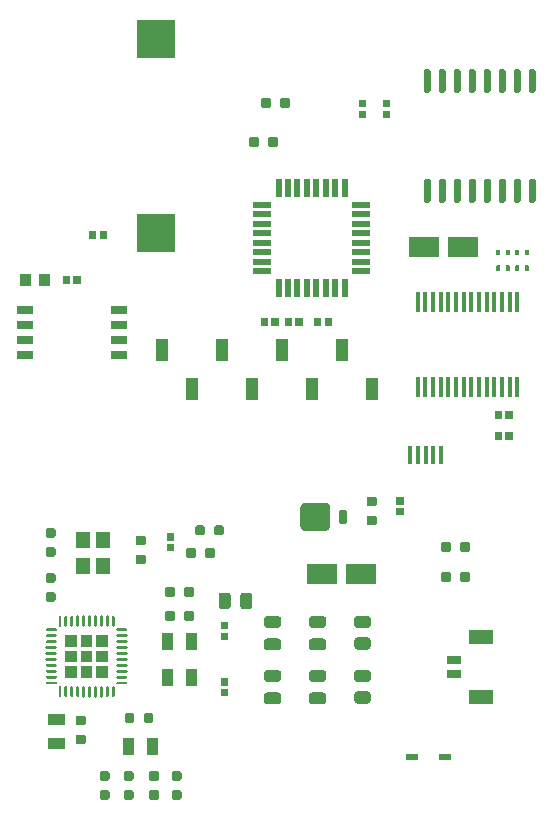
<source format=gtp>
G04 #@! TF.GenerationSoftware,KiCad,Pcbnew,(5.1.10)-1*
G04 #@! TF.CreationDate,2021-06-08T22:52:37-07:00*
G04 #@! TF.ProjectId,Plug_Pass,506c7567-5f50-4617-9373-2e6b69636164,v3.1*
G04 #@! TF.SameCoordinates,Original*
G04 #@! TF.FileFunction,Paste,Top*
G04 #@! TF.FilePolarity,Positive*
%FSLAX46Y46*%
G04 Gerber Fmt 4.6, Leading zero omitted, Abs format (unit mm)*
G04 Created by KiCad (PCBNEW (5.1.10)-1) date 2021-06-08 22:52:37*
%MOMM*%
%LPD*%
G01*
G04 APERTURE LIST*
%ADD10C,0.100000*%
%ADD11R,1.050000X0.600000*%
%ADD12R,1.500000X0.550000*%
%ADD13R,0.550000X1.500000*%
%ADD14R,1.000000X1.900000*%
%ADD15R,1.450000X0.750000*%
%ADD16R,3.200000X3.200000*%
%ADD17R,0.450000X1.500000*%
%ADD18R,1.200000X1.400000*%
%ADD19R,2.600000X1.800000*%
%ADD20R,2.150000X1.300000*%
%ADD21R,1.200000X0.800000*%
%ADD22R,0.450000X1.750000*%
G04 APERTURE END LIST*
D10*
G36*
X137690000Y-111671000D02*
G01*
X136690000Y-111671000D01*
X136690000Y-112671000D01*
X137690000Y-112671000D01*
X137690000Y-111671000D01*
G37*
G36*
X136390000Y-111671000D02*
G01*
X135390000Y-111671000D01*
X135390000Y-112671000D01*
X136390000Y-112671000D01*
X136390000Y-111671000D01*
G37*
G36*
X135090000Y-111671000D02*
G01*
X134090000Y-111671000D01*
X134090000Y-112671000D01*
X135090000Y-112671000D01*
X135090000Y-111671000D01*
G37*
G36*
X137690000Y-110371000D02*
G01*
X136690000Y-110371000D01*
X136690000Y-111371000D01*
X137690000Y-111371000D01*
X137690000Y-110371000D01*
G37*
G36*
X137690000Y-109071000D02*
G01*
X136690000Y-109071000D01*
X136690000Y-110071000D01*
X137690000Y-110071000D01*
X137690000Y-109071000D01*
G37*
G36*
X136390000Y-110371000D02*
G01*
X135390000Y-110371000D01*
X135390000Y-111371000D01*
X136390000Y-111371000D01*
X136390000Y-110371000D01*
G37*
G36*
X136390000Y-109071000D02*
G01*
X135390000Y-109071000D01*
X135390000Y-110071000D01*
X136390000Y-110071000D01*
X136390000Y-109071000D01*
G37*
G36*
X135090000Y-109071000D02*
G01*
X134090000Y-109071000D01*
X134090000Y-110071000D01*
X135090000Y-110071000D01*
X135090000Y-109071000D01*
G37*
G36*
X135090000Y-110371000D02*
G01*
X134090000Y-110371000D01*
X134090000Y-111371000D01*
X135090000Y-111371000D01*
X135090000Y-110371000D01*
G37*
D11*
X163446000Y-119380000D03*
X166246000Y-119380000D03*
G36*
G01*
X148886500Y-106622002D02*
X148886500Y-105721998D01*
G75*
G02*
X149136498Y-105472000I249998J0D01*
G01*
X149661502Y-105472000D01*
G75*
G02*
X149911500Y-105721998I0J-249998D01*
G01*
X149911500Y-106622002D01*
G75*
G02*
X149661502Y-106872000I-249998J0D01*
G01*
X149136498Y-106872000D01*
G75*
G02*
X148886500Y-106622002I0J249998D01*
G01*
G37*
G36*
G01*
X147061500Y-106622002D02*
X147061500Y-105721998D01*
G75*
G02*
X147311498Y-105472000I249998J0D01*
G01*
X147836502Y-105472000D01*
G75*
G02*
X148086500Y-105721998I0J-249998D01*
G01*
X148086500Y-106622002D01*
G75*
G02*
X147836502Y-106872000I-249998J0D01*
G01*
X147311498Y-106872000D01*
G75*
G02*
X147061500Y-106622002I0J249998D01*
G01*
G37*
G36*
G01*
X159708002Y-108462500D02*
X158807998Y-108462500D01*
G75*
G02*
X158558000Y-108212502I0J249998D01*
G01*
X158558000Y-107687498D01*
G75*
G02*
X158807998Y-107437500I249998J0D01*
G01*
X159708002Y-107437500D01*
G75*
G02*
X159958000Y-107687498I0J-249998D01*
G01*
X159958000Y-108212502D01*
G75*
G02*
X159708002Y-108462500I-249998J0D01*
G01*
G37*
G36*
G01*
X159708002Y-110287500D02*
X158807998Y-110287500D01*
G75*
G02*
X158558000Y-110037502I0J249998D01*
G01*
X158558000Y-109512498D01*
G75*
G02*
X158807998Y-109262500I249998J0D01*
G01*
X159708002Y-109262500D01*
G75*
G02*
X159958000Y-109512498I0J-249998D01*
G01*
X159958000Y-110037502D01*
G75*
G02*
X159708002Y-110287500I-249998J0D01*
G01*
G37*
G36*
G01*
X159708002Y-113034500D02*
X158807998Y-113034500D01*
G75*
G02*
X158558000Y-112784502I0J249998D01*
G01*
X158558000Y-112259498D01*
G75*
G02*
X158807998Y-112009500I249998J0D01*
G01*
X159708002Y-112009500D01*
G75*
G02*
X159958000Y-112259498I0J-249998D01*
G01*
X159958000Y-112784502D01*
G75*
G02*
X159708002Y-113034500I-249998J0D01*
G01*
G37*
G36*
G01*
X159708002Y-114859500D02*
X158807998Y-114859500D01*
G75*
G02*
X158558000Y-114609502I0J249998D01*
G01*
X158558000Y-114084498D01*
G75*
G02*
X158807998Y-113834500I249998J0D01*
G01*
X159708002Y-113834500D01*
G75*
G02*
X159958000Y-114084498I0J-249998D01*
G01*
X159958000Y-114609502D01*
G75*
G02*
X159708002Y-114859500I-249998J0D01*
G01*
G37*
G36*
G01*
X151163000Y-109350000D02*
X152113000Y-109350000D01*
G75*
G02*
X152363000Y-109600000I0J-250000D01*
G01*
X152363000Y-110100000D01*
G75*
G02*
X152113000Y-110350000I-250000J0D01*
G01*
X151163000Y-110350000D01*
G75*
G02*
X150913000Y-110100000I0J250000D01*
G01*
X150913000Y-109600000D01*
G75*
G02*
X151163000Y-109350000I250000J0D01*
G01*
G37*
G36*
G01*
X151163000Y-107450000D02*
X152113000Y-107450000D01*
G75*
G02*
X152363000Y-107700000I0J-250000D01*
G01*
X152363000Y-108200000D01*
G75*
G02*
X152113000Y-108450000I-250000J0D01*
G01*
X151163000Y-108450000D01*
G75*
G02*
X150913000Y-108200000I0J250000D01*
G01*
X150913000Y-107700000D01*
G75*
G02*
X151163000Y-107450000I250000J0D01*
G01*
G37*
G36*
G01*
X154973000Y-109350000D02*
X155923000Y-109350000D01*
G75*
G02*
X156173000Y-109600000I0J-250000D01*
G01*
X156173000Y-110100000D01*
G75*
G02*
X155923000Y-110350000I-250000J0D01*
G01*
X154973000Y-110350000D01*
G75*
G02*
X154723000Y-110100000I0J250000D01*
G01*
X154723000Y-109600000D01*
G75*
G02*
X154973000Y-109350000I250000J0D01*
G01*
G37*
G36*
G01*
X154973000Y-107450000D02*
X155923000Y-107450000D01*
G75*
G02*
X156173000Y-107700000I0J-250000D01*
G01*
X156173000Y-108200000D01*
G75*
G02*
X155923000Y-108450000I-250000J0D01*
G01*
X154973000Y-108450000D01*
G75*
G02*
X154723000Y-108200000I0J250000D01*
G01*
X154723000Y-107700000D01*
G75*
G02*
X154973000Y-107450000I250000J0D01*
G01*
G37*
G36*
G01*
X154973000Y-113922000D02*
X155923000Y-113922000D01*
G75*
G02*
X156173000Y-114172000I0J-250000D01*
G01*
X156173000Y-114672000D01*
G75*
G02*
X155923000Y-114922000I-250000J0D01*
G01*
X154973000Y-114922000D01*
G75*
G02*
X154723000Y-114672000I0J250000D01*
G01*
X154723000Y-114172000D01*
G75*
G02*
X154973000Y-113922000I250000J0D01*
G01*
G37*
G36*
G01*
X154973000Y-112022000D02*
X155923000Y-112022000D01*
G75*
G02*
X156173000Y-112272000I0J-250000D01*
G01*
X156173000Y-112772000D01*
G75*
G02*
X155923000Y-113022000I-250000J0D01*
G01*
X154973000Y-113022000D01*
G75*
G02*
X154723000Y-112772000I0J250000D01*
G01*
X154723000Y-112272000D01*
G75*
G02*
X154973000Y-112022000I250000J0D01*
G01*
G37*
G36*
G01*
X151163000Y-113922000D02*
X152113000Y-113922000D01*
G75*
G02*
X152363000Y-114172000I0J-250000D01*
G01*
X152363000Y-114672000D01*
G75*
G02*
X152113000Y-114922000I-250000J0D01*
G01*
X151163000Y-114922000D01*
G75*
G02*
X150913000Y-114672000I0J250000D01*
G01*
X150913000Y-114172000D01*
G75*
G02*
X151163000Y-113922000I250000J0D01*
G01*
G37*
G36*
G01*
X151163000Y-112022000D02*
X152113000Y-112022000D01*
G75*
G02*
X152363000Y-112272000I0J-250000D01*
G01*
X152363000Y-112772000D01*
G75*
G02*
X152113000Y-113022000I-250000J0D01*
G01*
X151163000Y-113022000D01*
G75*
G02*
X150913000Y-112772000I0J250000D01*
G01*
X150913000Y-112272000D01*
G75*
G02*
X151163000Y-112022000I250000J0D01*
G01*
G37*
D12*
X159140000Y-72638000D03*
X159140000Y-73438000D03*
X159140000Y-74238000D03*
X159140000Y-75038000D03*
X159140000Y-75838000D03*
X159140000Y-76638000D03*
X159140000Y-77438000D03*
X159140000Y-78238000D03*
D13*
X157740000Y-79638000D03*
X156940000Y-79638000D03*
X156140000Y-79638000D03*
X155340000Y-79638000D03*
X154540000Y-79638000D03*
X153740000Y-79638000D03*
X152940000Y-79638000D03*
X152140000Y-79638000D03*
D12*
X150740000Y-78238000D03*
X150740000Y-77438000D03*
X150740000Y-76638000D03*
X150740000Y-75838000D03*
X150740000Y-75038000D03*
X150740000Y-74238000D03*
X150740000Y-73438000D03*
D13*
X152140000Y-71238000D03*
X152940000Y-71238000D03*
X153740000Y-71238000D03*
X154540000Y-71238000D03*
X155340000Y-71238000D03*
X156140000Y-71238000D03*
X156940000Y-71238000D03*
X157740000Y-71238000D03*
D12*
X150740000Y-72638000D03*
G36*
G01*
X136988000Y-75484700D02*
X136988000Y-74883300D01*
G75*
G02*
X136997300Y-74874000I9300J0D01*
G01*
X137598700Y-74874000D01*
G75*
G02*
X137608000Y-74883300I0J-9300D01*
G01*
X137608000Y-75484700D01*
G75*
G02*
X137598700Y-75494000I-9300J0D01*
G01*
X136997300Y-75494000D01*
G75*
G02*
X136988000Y-75484700I0J9300D01*
G01*
G37*
G36*
G01*
X136088000Y-75484700D02*
X136088000Y-74883300D01*
G75*
G02*
X136097300Y-74874000I9300J0D01*
G01*
X136698700Y-74874000D01*
G75*
G02*
X136708000Y-74883300I0J-9300D01*
G01*
X136708000Y-75484700D01*
G75*
G02*
X136698700Y-75494000I-9300J0D01*
G01*
X136097300Y-75494000D01*
G75*
G02*
X136088000Y-75484700I0J9300D01*
G01*
G37*
D14*
X144780000Y-88264000D03*
X149860000Y-88264000D03*
X154940000Y-88264000D03*
X160020000Y-88264000D03*
X142240000Y-84964000D03*
X147320000Y-84964000D03*
X152400000Y-84964000D03*
X157480000Y-84964000D03*
G36*
G01*
X151490800Y-63703840D02*
X151490800Y-64312160D01*
G75*
G02*
X151371160Y-64431800I-119640J0D01*
G01*
X150812840Y-64431800D01*
G75*
G02*
X150693200Y-64312160I0J119640D01*
G01*
X150693200Y-63703840D01*
G75*
G02*
X150812840Y-63584200I119640J0D01*
G01*
X151371160Y-63584200D01*
G75*
G02*
X151490800Y-63703840I0J-119640D01*
G01*
G37*
G36*
G01*
X153090800Y-63703840D02*
X153090800Y-64312160D01*
G75*
G02*
X152971160Y-64431800I-119640J0D01*
G01*
X152412840Y-64431800D01*
G75*
G02*
X152293200Y-64312160I0J119640D01*
G01*
X152293200Y-63703840D01*
G75*
G02*
X152412840Y-63584200I119640J0D01*
G01*
X152971160Y-63584200D01*
G75*
G02*
X153090800Y-63703840I0J-119640D01*
G01*
G37*
G36*
G01*
X151277200Y-67614160D02*
X151277200Y-67005840D01*
G75*
G02*
X151396840Y-66886200I119640J0D01*
G01*
X151955160Y-66886200D01*
G75*
G02*
X152074800Y-67005840I0J-119640D01*
G01*
X152074800Y-67614160D01*
G75*
G02*
X151955160Y-67733800I-119640J0D01*
G01*
X151396840Y-67733800D01*
G75*
G02*
X151277200Y-67614160I0J119640D01*
G01*
G37*
G36*
G01*
X149677200Y-67614160D02*
X149677200Y-67005840D01*
G75*
G02*
X149796840Y-66886200I119640J0D01*
G01*
X150355160Y-66886200D01*
G75*
G02*
X150474800Y-67005840I0J-119640D01*
G01*
X150474800Y-67614160D01*
G75*
G02*
X150355160Y-67733800I-119640J0D01*
G01*
X149796840Y-67733800D01*
G75*
G02*
X149677200Y-67614160I0J119640D01*
G01*
G37*
D15*
X138595000Y-81534000D03*
X138595000Y-82804000D03*
X138595000Y-84074000D03*
X138595000Y-85344000D03*
X130645000Y-85344000D03*
X130645000Y-84074000D03*
X130645000Y-82804000D03*
X130645000Y-81534000D03*
D16*
X141732000Y-58576600D03*
X141732000Y-75027400D03*
D17*
X165892000Y-93849000D03*
X165242000Y-93849000D03*
X164592000Y-93849000D03*
X163942000Y-93849000D03*
X163292000Y-93849000D03*
D18*
X135548000Y-103208000D03*
X135548000Y-101008000D03*
X137248000Y-101008000D03*
X137248000Y-103208000D03*
G36*
G01*
X153556000Y-82850700D02*
X153556000Y-82249300D01*
G75*
G02*
X153565300Y-82240000I9300J0D01*
G01*
X154166700Y-82240000D01*
G75*
G02*
X154176000Y-82249300I0J-9300D01*
G01*
X154176000Y-82850700D01*
G75*
G02*
X154166700Y-82860000I-9300J0D01*
G01*
X153565300Y-82860000D01*
G75*
G02*
X153556000Y-82850700I0J9300D01*
G01*
G37*
G36*
G01*
X152656000Y-82850700D02*
X152656000Y-82249300D01*
G75*
G02*
X152665300Y-82240000I9300J0D01*
G01*
X153266700Y-82240000D01*
G75*
G02*
X153276000Y-82249300I0J-9300D01*
G01*
X153276000Y-82850700D01*
G75*
G02*
X153266700Y-82860000I-9300J0D01*
G01*
X152665300Y-82860000D01*
G75*
G02*
X152656000Y-82850700I0J9300D01*
G01*
G37*
G36*
G01*
X134480000Y-78693300D02*
X134480000Y-79294700D01*
G75*
G02*
X134470700Y-79304000I-9300J0D01*
G01*
X133869300Y-79304000D01*
G75*
G02*
X133860000Y-79294700I0J9300D01*
G01*
X133860000Y-78693300D01*
G75*
G02*
X133869300Y-78684000I9300J0D01*
G01*
X134470700Y-78684000D01*
G75*
G02*
X134480000Y-78693300I0J-9300D01*
G01*
G37*
G36*
G01*
X135380000Y-78693300D02*
X135380000Y-79294700D01*
G75*
G02*
X135370700Y-79304000I-9300J0D01*
G01*
X134769300Y-79304000D01*
G75*
G02*
X134760000Y-79294700I0J9300D01*
G01*
X134760000Y-78693300D01*
G75*
G02*
X134769300Y-78684000I9300J0D01*
G01*
X135370700Y-78684000D01*
G75*
G02*
X135380000Y-78693300I0J-9300D01*
G01*
G37*
G36*
G01*
X171336000Y-92502700D02*
X171336000Y-91901300D01*
G75*
G02*
X171345300Y-91892000I9300J0D01*
G01*
X171946700Y-91892000D01*
G75*
G02*
X171956000Y-91901300I0J-9300D01*
G01*
X171956000Y-92502700D01*
G75*
G02*
X171946700Y-92512000I-9300J0D01*
G01*
X171345300Y-92512000D01*
G75*
G02*
X171336000Y-92502700I0J9300D01*
G01*
G37*
G36*
G01*
X170436000Y-92502700D02*
X170436000Y-91901300D01*
G75*
G02*
X170445300Y-91892000I9300J0D01*
G01*
X171046700Y-91892000D01*
G75*
G02*
X171056000Y-91901300I0J-9300D01*
G01*
X171056000Y-92502700D01*
G75*
G02*
X171046700Y-92512000I-9300J0D01*
G01*
X170445300Y-92512000D01*
G75*
G02*
X170436000Y-92502700I0J9300D01*
G01*
G37*
G36*
G01*
X171336000Y-90724700D02*
X171336000Y-90123300D01*
G75*
G02*
X171345300Y-90114000I9300J0D01*
G01*
X171946700Y-90114000D01*
G75*
G02*
X171956000Y-90123300I0J-9300D01*
G01*
X171956000Y-90724700D01*
G75*
G02*
X171946700Y-90734000I-9300J0D01*
G01*
X171345300Y-90734000D01*
G75*
G02*
X171336000Y-90724700I0J9300D01*
G01*
G37*
G36*
G01*
X170436000Y-90724700D02*
X170436000Y-90123300D01*
G75*
G02*
X170445300Y-90114000I9300J0D01*
G01*
X171046700Y-90114000D01*
G75*
G02*
X171056000Y-90123300I0J-9300D01*
G01*
X171056000Y-90724700D01*
G75*
G02*
X171046700Y-90734000I-9300J0D01*
G01*
X170445300Y-90734000D01*
G75*
G02*
X170436000Y-90724700I0J9300D01*
G01*
G37*
G36*
G01*
X142701300Y-101359000D02*
X143302700Y-101359000D01*
G75*
G02*
X143312000Y-101368300I0J-9300D01*
G01*
X143312000Y-101969700D01*
G75*
G02*
X143302700Y-101979000I-9300J0D01*
G01*
X142701300Y-101979000D01*
G75*
G02*
X142692000Y-101969700I0J9300D01*
G01*
X142692000Y-101368300D01*
G75*
G02*
X142701300Y-101359000I9300J0D01*
G01*
G37*
G36*
G01*
X142701300Y-100459000D02*
X143302700Y-100459000D01*
G75*
G02*
X143312000Y-100468300I0J-9300D01*
G01*
X143312000Y-101069700D01*
G75*
G02*
X143302700Y-101079000I-9300J0D01*
G01*
X142701300Y-101079000D01*
G75*
G02*
X142692000Y-101069700I0J9300D01*
G01*
X142692000Y-100468300D01*
G75*
G02*
X142701300Y-100459000I9300J0D01*
G01*
G37*
G36*
G01*
X158957300Y-64656000D02*
X159558700Y-64656000D01*
G75*
G02*
X159568000Y-64665300I0J-9300D01*
G01*
X159568000Y-65266700D01*
G75*
G02*
X159558700Y-65276000I-9300J0D01*
G01*
X158957300Y-65276000D01*
G75*
G02*
X158948000Y-65266700I0J9300D01*
G01*
X158948000Y-64665300D01*
G75*
G02*
X158957300Y-64656000I9300J0D01*
G01*
G37*
G36*
G01*
X158957300Y-63756000D02*
X159558700Y-63756000D01*
G75*
G02*
X159568000Y-63765300I0J-9300D01*
G01*
X159568000Y-64366700D01*
G75*
G02*
X159558700Y-64376000I-9300J0D01*
G01*
X158957300Y-64376000D01*
G75*
G02*
X158948000Y-64366700I0J9300D01*
G01*
X158948000Y-63765300D01*
G75*
G02*
X158957300Y-63756000I9300J0D01*
G01*
G37*
G36*
G01*
X160989300Y-64656000D02*
X161590700Y-64656000D01*
G75*
G02*
X161600000Y-64665300I0J-9300D01*
G01*
X161600000Y-65266700D01*
G75*
G02*
X161590700Y-65276000I-9300J0D01*
G01*
X160989300Y-65276000D01*
G75*
G02*
X160980000Y-65266700I0J9300D01*
G01*
X160980000Y-64665300D01*
G75*
G02*
X160989300Y-64656000I9300J0D01*
G01*
G37*
G36*
G01*
X160989300Y-63756000D02*
X161590700Y-63756000D01*
G75*
G02*
X161600000Y-63765300I0J-9300D01*
G01*
X161600000Y-64366700D01*
G75*
G02*
X161590700Y-64376000I-9300J0D01*
G01*
X160989300Y-64376000D01*
G75*
G02*
X160980000Y-64366700I0J9300D01*
G01*
X160980000Y-63765300D01*
G75*
G02*
X160989300Y-63756000I9300J0D01*
G01*
G37*
G36*
G01*
X134060750Y-116696000D02*
X132639250Y-116696000D01*
G75*
G02*
X132625000Y-116681750I0J14250D01*
G01*
X132625000Y-115760250D01*
G75*
G02*
X132639250Y-115746000I14250J0D01*
G01*
X134060750Y-115746000D01*
G75*
G02*
X134075000Y-115760250I0J-14250D01*
G01*
X134075000Y-116681750D01*
G75*
G02*
X134060750Y-116696000I-14250J0D01*
G01*
G37*
G36*
G01*
X134060750Y-118696000D02*
X132639250Y-118696000D01*
G75*
G02*
X132625000Y-118681750I0J14250D01*
G01*
X132625000Y-117760250D01*
G75*
G02*
X132639250Y-117746000I14250J0D01*
G01*
X134060750Y-117746000D01*
G75*
G02*
X134075000Y-117760250I0J-14250D01*
G01*
X134075000Y-118681750D01*
G75*
G02*
X134060750Y-118696000I-14250J0D01*
G01*
G37*
G36*
G01*
X143239000Y-108890250D02*
X143239000Y-110311750D01*
G75*
G02*
X143224750Y-110326000I-14250J0D01*
G01*
X142303250Y-110326000D01*
G75*
G02*
X142289000Y-110311750I0J14250D01*
G01*
X142289000Y-108890250D01*
G75*
G02*
X142303250Y-108876000I14250J0D01*
G01*
X143224750Y-108876000D01*
G75*
G02*
X143239000Y-108890250I0J-14250D01*
G01*
G37*
G36*
G01*
X145239000Y-108890250D02*
X145239000Y-110311750D01*
G75*
G02*
X145224750Y-110326000I-14250J0D01*
G01*
X144303250Y-110326000D01*
G75*
G02*
X144289000Y-110311750I0J14250D01*
G01*
X144289000Y-108890250D01*
G75*
G02*
X144303250Y-108876000I14250J0D01*
G01*
X145224750Y-108876000D01*
G75*
G02*
X145239000Y-108890250I0J-14250D01*
G01*
G37*
G36*
G01*
X143239000Y-111938250D02*
X143239000Y-113359750D01*
G75*
G02*
X143224750Y-113374000I-14250J0D01*
G01*
X142303250Y-113374000D01*
G75*
G02*
X142289000Y-113359750I0J14250D01*
G01*
X142289000Y-111938250D01*
G75*
G02*
X142303250Y-111924000I14250J0D01*
G01*
X143224750Y-111924000D01*
G75*
G02*
X143239000Y-111938250I0J-14250D01*
G01*
G37*
G36*
G01*
X145239000Y-111938250D02*
X145239000Y-113359750D01*
G75*
G02*
X145224750Y-113374000I-14250J0D01*
G01*
X144303250Y-113374000D01*
G75*
G02*
X144289000Y-113359750I0J14250D01*
G01*
X144289000Y-111938250D01*
G75*
G02*
X144303250Y-111924000I14250J0D01*
G01*
X145224750Y-111924000D01*
G75*
G02*
X145239000Y-111938250I0J-14250D01*
G01*
G37*
G36*
G01*
X139937000Y-117780250D02*
X139937000Y-119201750D01*
G75*
G02*
X139922750Y-119216000I-14250J0D01*
G01*
X139001250Y-119216000D01*
G75*
G02*
X138987000Y-119201750I0J14250D01*
G01*
X138987000Y-117780250D01*
G75*
G02*
X139001250Y-117766000I14250J0D01*
G01*
X139922750Y-117766000D01*
G75*
G02*
X139937000Y-117780250I0J-14250D01*
G01*
G37*
G36*
G01*
X141937000Y-117780250D02*
X141937000Y-119201750D01*
G75*
G02*
X141922750Y-119216000I-14250J0D01*
G01*
X141001250Y-119216000D01*
G75*
G02*
X140987000Y-119201750I0J14250D01*
G01*
X140987000Y-117780250D01*
G75*
G02*
X141001250Y-117766000I14250J0D01*
G01*
X141922750Y-117766000D01*
G75*
G02*
X141937000Y-117780250I0J-14250D01*
G01*
G37*
G36*
G01*
X130284000Y-79455500D02*
X130284000Y-78532500D01*
G75*
G02*
X130297500Y-78519000I13500J0D01*
G01*
X131170500Y-78519000D01*
G75*
G02*
X131184000Y-78532500I0J-13500D01*
G01*
X131184000Y-79455500D01*
G75*
G02*
X131170500Y-79469000I-13500J0D01*
G01*
X130297500Y-79469000D01*
G75*
G02*
X130284000Y-79455500I0J13500D01*
G01*
G37*
G36*
G01*
X131884000Y-79455500D02*
X131884000Y-78532500D01*
G75*
G02*
X131897500Y-78519000I13500J0D01*
G01*
X132770500Y-78519000D01*
G75*
G02*
X132784000Y-78532500I0J-13500D01*
G01*
X132784000Y-79455500D01*
G75*
G02*
X132770500Y-79469000I-13500J0D01*
G01*
X131897500Y-79469000D01*
G75*
G02*
X131884000Y-79455500I0J13500D01*
G01*
G37*
G36*
G01*
X162132300Y-97411000D02*
X162733700Y-97411000D01*
G75*
G02*
X162743000Y-97420300I0J-9300D01*
G01*
X162743000Y-98021700D01*
G75*
G02*
X162733700Y-98031000I-9300J0D01*
G01*
X162132300Y-98031000D01*
G75*
G02*
X162123000Y-98021700I0J9300D01*
G01*
X162123000Y-97420300D01*
G75*
G02*
X162132300Y-97411000I9300J0D01*
G01*
G37*
G36*
G01*
X162132300Y-98311000D02*
X162733700Y-98311000D01*
G75*
G02*
X162743000Y-98320300I0J-9300D01*
G01*
X162743000Y-98921700D01*
G75*
G02*
X162733700Y-98931000I-9300J0D01*
G01*
X162132300Y-98931000D01*
G75*
G02*
X162123000Y-98921700I0J9300D01*
G01*
X162123000Y-98320300D01*
G75*
G02*
X162132300Y-98311000I9300J0D01*
G01*
G37*
D19*
X159130000Y-103886000D03*
X155830000Y-103886000D03*
G36*
G01*
X155138000Y-82850700D02*
X155138000Y-82249300D01*
G75*
G02*
X155147300Y-82240000I9300J0D01*
G01*
X155748700Y-82240000D01*
G75*
G02*
X155758000Y-82249300I0J-9300D01*
G01*
X155758000Y-82850700D01*
G75*
G02*
X155748700Y-82860000I-9300J0D01*
G01*
X155147300Y-82860000D01*
G75*
G02*
X155138000Y-82850700I0J9300D01*
G01*
G37*
G36*
G01*
X156038000Y-82850700D02*
X156038000Y-82249300D01*
G75*
G02*
X156047300Y-82240000I9300J0D01*
G01*
X156648700Y-82240000D01*
G75*
G02*
X156658000Y-82249300I0J-9300D01*
G01*
X156658000Y-82850700D01*
G75*
G02*
X156648700Y-82860000I-9300J0D01*
G01*
X156047300Y-82860000D01*
G75*
G02*
X156038000Y-82850700I0J9300D01*
G01*
G37*
X167766000Y-76200000D03*
X164466000Y-76200000D03*
G36*
G01*
X133146160Y-100817800D02*
X132537840Y-100817800D01*
G75*
G02*
X132418200Y-100698160I0J119640D01*
G01*
X132418200Y-100139840D01*
G75*
G02*
X132537840Y-100020200I119640J0D01*
G01*
X133146160Y-100020200D01*
G75*
G02*
X133265800Y-100139840I0J-119640D01*
G01*
X133265800Y-100698160D01*
G75*
G02*
X133146160Y-100817800I-119640J0D01*
G01*
G37*
G36*
G01*
X133146160Y-102417800D02*
X132537840Y-102417800D01*
G75*
G02*
X132418200Y-102298160I0J119640D01*
G01*
X132418200Y-101739840D01*
G75*
G02*
X132537840Y-101620200I119640J0D01*
G01*
X133146160Y-101620200D01*
G75*
G02*
X133265800Y-101739840I0J-119640D01*
G01*
X133265800Y-102298160D01*
G75*
G02*
X133146160Y-102417800I-119640J0D01*
G01*
G37*
G36*
G01*
X140766160Y-101452800D02*
X140157840Y-101452800D01*
G75*
G02*
X140038200Y-101333160I0J119640D01*
G01*
X140038200Y-100774840D01*
G75*
G02*
X140157840Y-100655200I119640J0D01*
G01*
X140766160Y-100655200D01*
G75*
G02*
X140885800Y-100774840I0J-119640D01*
G01*
X140885800Y-101333160D01*
G75*
G02*
X140766160Y-101452800I-119640J0D01*
G01*
G37*
G36*
G01*
X140766160Y-103052800D02*
X140157840Y-103052800D01*
G75*
G02*
X140038200Y-102933160I0J119640D01*
G01*
X140038200Y-102374840D01*
G75*
G02*
X140157840Y-102255200I119640J0D01*
G01*
X140766160Y-102255200D01*
G75*
G02*
X140885800Y-102374840I0J-119640D01*
G01*
X140885800Y-102933160D01*
G75*
G02*
X140766160Y-103052800I-119640J0D01*
G01*
G37*
G36*
G01*
X145902800Y-99898840D02*
X145902800Y-100507160D01*
G75*
G02*
X145783160Y-100626800I-119640J0D01*
G01*
X145224840Y-100626800D01*
G75*
G02*
X145105200Y-100507160I0J119640D01*
G01*
X145105200Y-99898840D01*
G75*
G02*
X145224840Y-99779200I119640J0D01*
G01*
X145783160Y-99779200D01*
G75*
G02*
X145902800Y-99898840I0J-119640D01*
G01*
G37*
G36*
G01*
X147502800Y-99898840D02*
X147502800Y-100507160D01*
G75*
G02*
X147383160Y-100626800I-119640J0D01*
G01*
X146824840Y-100626800D01*
G75*
G02*
X146705200Y-100507160I0J119640D01*
G01*
X146705200Y-99898840D01*
G75*
G02*
X146824840Y-99779200I119640J0D01*
G01*
X147383160Y-99779200D01*
G75*
G02*
X147502800Y-99898840I0J-119640D01*
G01*
G37*
G36*
G01*
X166730800Y-101295840D02*
X166730800Y-101904160D01*
G75*
G02*
X166611160Y-102023800I-119640J0D01*
G01*
X166052840Y-102023800D01*
G75*
G02*
X165933200Y-101904160I0J119640D01*
G01*
X165933200Y-101295840D01*
G75*
G02*
X166052840Y-101176200I119640J0D01*
G01*
X166611160Y-101176200D01*
G75*
G02*
X166730800Y-101295840I0J-119640D01*
G01*
G37*
G36*
G01*
X168330800Y-101295840D02*
X168330800Y-101904160D01*
G75*
G02*
X168211160Y-102023800I-119640J0D01*
G01*
X167652840Y-102023800D01*
G75*
G02*
X167533200Y-101904160I0J119640D01*
G01*
X167533200Y-101295840D01*
G75*
G02*
X167652840Y-101176200I119640J0D01*
G01*
X168211160Y-101176200D01*
G75*
G02*
X168330800Y-101295840I0J-119640D01*
G01*
G37*
G36*
G01*
X166730800Y-103835840D02*
X166730800Y-104444160D01*
G75*
G02*
X166611160Y-104563800I-119640J0D01*
G01*
X166052840Y-104563800D01*
G75*
G02*
X165933200Y-104444160I0J119640D01*
G01*
X165933200Y-103835840D01*
G75*
G02*
X166052840Y-103716200I119640J0D01*
G01*
X166611160Y-103716200D01*
G75*
G02*
X166730800Y-103835840I0J-119640D01*
G01*
G37*
G36*
G01*
X168330800Y-103835840D02*
X168330800Y-104444160D01*
G75*
G02*
X168211160Y-104563800I-119640J0D01*
G01*
X167652840Y-104563800D01*
G75*
G02*
X167533200Y-104444160I0J119640D01*
G01*
X167533200Y-103835840D01*
G75*
G02*
X167652840Y-103716200I119640J0D01*
G01*
X168211160Y-103716200D01*
G75*
G02*
X168330800Y-103835840I0J-119640D01*
G01*
G37*
G36*
G01*
X145140800Y-101803840D02*
X145140800Y-102412160D01*
G75*
G02*
X145021160Y-102531800I-119640J0D01*
G01*
X144462840Y-102531800D01*
G75*
G02*
X144343200Y-102412160I0J119640D01*
G01*
X144343200Y-101803840D01*
G75*
G02*
X144462840Y-101684200I119640J0D01*
G01*
X145021160Y-101684200D01*
G75*
G02*
X145140800Y-101803840I0J-119640D01*
G01*
G37*
G36*
G01*
X146740800Y-101803840D02*
X146740800Y-102412160D01*
G75*
G02*
X146621160Y-102531800I-119640J0D01*
G01*
X146062840Y-102531800D01*
G75*
G02*
X145943200Y-102412160I0J119640D01*
G01*
X145943200Y-101803840D01*
G75*
G02*
X146062840Y-101684200I119640J0D01*
G01*
X146621160Y-101684200D01*
G75*
G02*
X146740800Y-101803840I0J-119640D01*
G01*
G37*
G36*
G01*
X143362800Y-107137840D02*
X143362800Y-107746160D01*
G75*
G02*
X143243160Y-107865800I-119640J0D01*
G01*
X142684840Y-107865800D01*
G75*
G02*
X142565200Y-107746160I0J119640D01*
G01*
X142565200Y-107137840D01*
G75*
G02*
X142684840Y-107018200I119640J0D01*
G01*
X143243160Y-107018200D01*
G75*
G02*
X143362800Y-107137840I0J-119640D01*
G01*
G37*
G36*
G01*
X144962800Y-107137840D02*
X144962800Y-107746160D01*
G75*
G02*
X144843160Y-107865800I-119640J0D01*
G01*
X144284840Y-107865800D01*
G75*
G02*
X144165200Y-107746160I0J119640D01*
G01*
X144165200Y-107137840D01*
G75*
G02*
X144284840Y-107018200I119640J0D01*
G01*
X144843160Y-107018200D01*
G75*
G02*
X144962800Y-107137840I0J-119640D01*
G01*
G37*
G36*
G01*
X132537840Y-105430200D02*
X133146160Y-105430200D01*
G75*
G02*
X133265800Y-105549840I0J-119640D01*
G01*
X133265800Y-106108160D01*
G75*
G02*
X133146160Y-106227800I-119640J0D01*
G01*
X132537840Y-106227800D01*
G75*
G02*
X132418200Y-106108160I0J119640D01*
G01*
X132418200Y-105549840D01*
G75*
G02*
X132537840Y-105430200I119640J0D01*
G01*
G37*
G36*
G01*
X132537840Y-103830200D02*
X133146160Y-103830200D01*
G75*
G02*
X133265800Y-103949840I0J-119640D01*
G01*
X133265800Y-104508160D01*
G75*
G02*
X133146160Y-104627800I-119640J0D01*
G01*
X132537840Y-104627800D01*
G75*
G02*
X132418200Y-104508160I0J119640D01*
G01*
X132418200Y-103949840D01*
G75*
G02*
X132537840Y-103830200I119640J0D01*
G01*
G37*
G36*
G01*
X143362800Y-105105840D02*
X143362800Y-105714160D01*
G75*
G02*
X143243160Y-105833800I-119640J0D01*
G01*
X142684840Y-105833800D01*
G75*
G02*
X142565200Y-105714160I0J119640D01*
G01*
X142565200Y-105105840D01*
G75*
G02*
X142684840Y-104986200I119640J0D01*
G01*
X143243160Y-104986200D01*
G75*
G02*
X143362800Y-105105840I0J-119640D01*
G01*
G37*
G36*
G01*
X144962800Y-105105840D02*
X144962800Y-105714160D01*
G75*
G02*
X144843160Y-105833800I-119640J0D01*
G01*
X144284840Y-105833800D01*
G75*
G02*
X144165200Y-105714160I0J119640D01*
G01*
X144165200Y-105105840D01*
G75*
G02*
X144284840Y-104986200I119640J0D01*
G01*
X144843160Y-104986200D01*
G75*
G02*
X144962800Y-105105840I0J-119640D01*
G01*
G37*
G36*
G01*
X147874700Y-108572000D02*
X147273300Y-108572000D01*
G75*
G02*
X147264000Y-108562700I0J9300D01*
G01*
X147264000Y-107961300D01*
G75*
G02*
X147273300Y-107952000I9300J0D01*
G01*
X147874700Y-107952000D01*
G75*
G02*
X147884000Y-107961300I0J-9300D01*
G01*
X147884000Y-108562700D01*
G75*
G02*
X147874700Y-108572000I-9300J0D01*
G01*
G37*
G36*
G01*
X147874700Y-109472000D02*
X147273300Y-109472000D01*
G75*
G02*
X147264000Y-109462700I0J9300D01*
G01*
X147264000Y-108861300D01*
G75*
G02*
X147273300Y-108852000I9300J0D01*
G01*
X147874700Y-108852000D01*
G75*
G02*
X147884000Y-108861300I0J-9300D01*
G01*
X147884000Y-109462700D01*
G75*
G02*
X147874700Y-109472000I-9300J0D01*
G01*
G37*
G36*
G01*
X147874700Y-113340000D02*
X147273300Y-113340000D01*
G75*
G02*
X147264000Y-113330700I0J9300D01*
G01*
X147264000Y-112729300D01*
G75*
G02*
X147273300Y-112720000I9300J0D01*
G01*
X147874700Y-112720000D01*
G75*
G02*
X147884000Y-112729300I0J-9300D01*
G01*
X147884000Y-113330700D01*
G75*
G02*
X147874700Y-113340000I-9300J0D01*
G01*
G37*
G36*
G01*
X147874700Y-114240000D02*
X147273300Y-114240000D01*
G75*
G02*
X147264000Y-114230700I0J9300D01*
G01*
X147264000Y-113629300D01*
G75*
G02*
X147273300Y-113620000I9300J0D01*
G01*
X147874700Y-113620000D01*
G75*
G02*
X147884000Y-113629300I0J-9300D01*
G01*
X147884000Y-114230700D01*
G75*
G02*
X147874700Y-114240000I-9300J0D01*
G01*
G37*
G36*
G01*
X143814160Y-121391800D02*
X143205840Y-121391800D01*
G75*
G02*
X143086200Y-121272160I0J119640D01*
G01*
X143086200Y-120713840D01*
G75*
G02*
X143205840Y-120594200I119640J0D01*
G01*
X143814160Y-120594200D01*
G75*
G02*
X143933800Y-120713840I0J-119640D01*
G01*
X143933800Y-121272160D01*
G75*
G02*
X143814160Y-121391800I-119640J0D01*
G01*
G37*
G36*
G01*
X143814160Y-122991800D02*
X143205840Y-122991800D01*
G75*
G02*
X143086200Y-122872160I0J119640D01*
G01*
X143086200Y-122313840D01*
G75*
G02*
X143205840Y-122194200I119640J0D01*
G01*
X143814160Y-122194200D01*
G75*
G02*
X143933800Y-122313840I0J-119640D01*
G01*
X143933800Y-122872160D01*
G75*
G02*
X143814160Y-122991800I-119640J0D01*
G01*
G37*
G36*
G01*
X135077840Y-117495200D02*
X135686160Y-117495200D01*
G75*
G02*
X135805800Y-117614840I0J-119640D01*
G01*
X135805800Y-118173160D01*
G75*
G02*
X135686160Y-118292800I-119640J0D01*
G01*
X135077840Y-118292800D01*
G75*
G02*
X134958200Y-118173160I0J119640D01*
G01*
X134958200Y-117614840D01*
G75*
G02*
X135077840Y-117495200I119640J0D01*
G01*
G37*
G36*
G01*
X135077840Y-115895200D02*
X135686160Y-115895200D01*
G75*
G02*
X135805800Y-116014840I0J-119640D01*
G01*
X135805800Y-116573160D01*
G75*
G02*
X135686160Y-116692800I-119640J0D01*
G01*
X135077840Y-116692800D01*
G75*
G02*
X134958200Y-116573160I0J119640D01*
G01*
X134958200Y-116014840D01*
G75*
G02*
X135077840Y-115895200I119640J0D01*
G01*
G37*
G36*
G01*
X141909160Y-121391800D02*
X141300840Y-121391800D01*
G75*
G02*
X141181200Y-121272160I0J119640D01*
G01*
X141181200Y-120713840D01*
G75*
G02*
X141300840Y-120594200I119640J0D01*
G01*
X141909160Y-120594200D01*
G75*
G02*
X142028800Y-120713840I0J-119640D01*
G01*
X142028800Y-121272160D01*
G75*
G02*
X141909160Y-121391800I-119640J0D01*
G01*
G37*
G36*
G01*
X141909160Y-122991800D02*
X141300840Y-122991800D01*
G75*
G02*
X141181200Y-122872160I0J119640D01*
G01*
X141181200Y-122313840D01*
G75*
G02*
X141300840Y-122194200I119640J0D01*
G01*
X141909160Y-122194200D01*
G75*
G02*
X142028800Y-122313840I0J-119640D01*
G01*
X142028800Y-122872160D01*
G75*
G02*
X141909160Y-122991800I-119640J0D01*
G01*
G37*
G36*
G01*
X139750160Y-121391800D02*
X139141840Y-121391800D01*
G75*
G02*
X139022200Y-121272160I0J119640D01*
G01*
X139022200Y-120713840D01*
G75*
G02*
X139141840Y-120594200I119640J0D01*
G01*
X139750160Y-120594200D01*
G75*
G02*
X139869800Y-120713840I0J-119640D01*
G01*
X139869800Y-121272160D01*
G75*
G02*
X139750160Y-121391800I-119640J0D01*
G01*
G37*
G36*
G01*
X139750160Y-122991800D02*
X139141840Y-122991800D01*
G75*
G02*
X139022200Y-122872160I0J119640D01*
G01*
X139022200Y-122313840D01*
G75*
G02*
X139141840Y-122194200I119640J0D01*
G01*
X139750160Y-122194200D01*
G75*
G02*
X139869800Y-122313840I0J-119640D01*
G01*
X139869800Y-122872160D01*
G75*
G02*
X139750160Y-122991800I-119640J0D01*
G01*
G37*
G36*
G01*
X139933800Y-115773840D02*
X139933800Y-116382160D01*
G75*
G02*
X139814160Y-116501800I-119640J0D01*
G01*
X139255840Y-116501800D01*
G75*
G02*
X139136200Y-116382160I0J119640D01*
G01*
X139136200Y-115773840D01*
G75*
G02*
X139255840Y-115654200I119640J0D01*
G01*
X139814160Y-115654200D01*
G75*
G02*
X139933800Y-115773840I0J-119640D01*
G01*
G37*
G36*
G01*
X141533800Y-115773840D02*
X141533800Y-116382160D01*
G75*
G02*
X141414160Y-116501800I-119640J0D01*
G01*
X140855840Y-116501800D01*
G75*
G02*
X140736200Y-116382160I0J119640D01*
G01*
X140736200Y-115773840D01*
G75*
G02*
X140855840Y-115654200I119640J0D01*
G01*
X141414160Y-115654200D01*
G75*
G02*
X141533800Y-115773840I0J-119640D01*
G01*
G37*
G36*
G01*
X137109840Y-122194200D02*
X137718160Y-122194200D01*
G75*
G02*
X137837800Y-122313840I0J-119640D01*
G01*
X137837800Y-122872160D01*
G75*
G02*
X137718160Y-122991800I-119640J0D01*
G01*
X137109840Y-122991800D01*
G75*
G02*
X136990200Y-122872160I0J119640D01*
G01*
X136990200Y-122313840D01*
G75*
G02*
X137109840Y-122194200I119640J0D01*
G01*
G37*
G36*
G01*
X137109840Y-120594200D02*
X137718160Y-120594200D01*
G75*
G02*
X137837800Y-120713840I0J-119640D01*
G01*
X137837800Y-121272160D01*
G75*
G02*
X137718160Y-121391800I-119640J0D01*
G01*
X137109840Y-121391800D01*
G75*
G02*
X136990200Y-121272160I0J119640D01*
G01*
X136990200Y-120713840D01*
G75*
G02*
X137109840Y-120594200I119640J0D01*
G01*
G37*
G36*
G01*
X151244000Y-82249300D02*
X151244000Y-82850700D01*
G75*
G02*
X151234700Y-82860000I-9300J0D01*
G01*
X150633300Y-82860000D01*
G75*
G02*
X150624000Y-82850700I0J9300D01*
G01*
X150624000Y-82249300D01*
G75*
G02*
X150633300Y-82240000I9300J0D01*
G01*
X151234700Y-82240000D01*
G75*
G02*
X151244000Y-82249300I0J-9300D01*
G01*
G37*
G36*
G01*
X152144000Y-82249300D02*
X152144000Y-82850700D01*
G75*
G02*
X152134700Y-82860000I-9300J0D01*
G01*
X151533300Y-82860000D01*
G75*
G02*
X151524000Y-82850700I0J9300D01*
G01*
X151524000Y-82249300D01*
G75*
G02*
X151533300Y-82240000I9300J0D01*
G01*
X152134700Y-82240000D01*
G75*
G02*
X152144000Y-82249300I0J-9300D01*
G01*
G37*
G36*
G01*
X157910800Y-98592640D02*
X157910800Y-99527360D01*
G75*
G02*
X157819360Y-99618800I-91440J0D01*
G01*
X157392640Y-99618800D01*
G75*
G02*
X157301200Y-99527360I0J91440D01*
G01*
X157301200Y-98592640D01*
G75*
G02*
X157392640Y-98501200I91440J0D01*
G01*
X157819360Y-98501200D01*
G75*
G02*
X157910800Y-98592640I0J-91440D01*
G01*
G37*
G36*
G01*
X156155160Y-100253800D02*
X154356840Y-100253800D01*
G75*
G02*
X153998700Y-99895660I0J358140D01*
G01*
X153998700Y-98224340D01*
G75*
G02*
X154356840Y-97866200I358140J0D01*
G01*
X156155160Y-97866200D01*
G75*
G02*
X156513300Y-98224340I0J-358140D01*
G01*
X156513300Y-99895660D01*
G75*
G02*
X156155160Y-100253800I-358140J0D01*
G01*
G37*
G36*
G01*
X173331800Y-77822174D02*
X173331800Y-78213826D01*
G75*
G02*
X173278826Y-78266800I-52974J0D01*
G01*
X173037174Y-78266800D01*
G75*
G02*
X172984200Y-78213826I0J52974D01*
G01*
X172984200Y-77822174D01*
G75*
G02*
X173037174Y-77769200I52974J0D01*
G01*
X173278826Y-77769200D01*
G75*
G02*
X173331800Y-77822174I0J-52974D01*
G01*
G37*
G36*
G01*
X172531800Y-77822174D02*
X172531800Y-78213826D01*
G75*
G02*
X172478826Y-78266800I-52974J0D01*
G01*
X172237174Y-78266800D01*
G75*
G02*
X172184200Y-78213826I0J52974D01*
G01*
X172184200Y-77822174D01*
G75*
G02*
X172237174Y-77769200I52974J0D01*
G01*
X172478826Y-77769200D01*
G75*
G02*
X172531800Y-77822174I0J-52974D01*
G01*
G37*
G36*
G01*
X171731800Y-77822174D02*
X171731800Y-78213826D01*
G75*
G02*
X171678826Y-78266800I-52974J0D01*
G01*
X171437174Y-78266800D01*
G75*
G02*
X171384200Y-78213826I0J52974D01*
G01*
X171384200Y-77822174D01*
G75*
G02*
X171437174Y-77769200I52974J0D01*
G01*
X171678826Y-77769200D01*
G75*
G02*
X171731800Y-77822174I0J-52974D01*
G01*
G37*
G36*
G01*
X170931800Y-77822174D02*
X170931800Y-78213826D01*
G75*
G02*
X170878826Y-78266800I-52974J0D01*
G01*
X170637174Y-78266800D01*
G75*
G02*
X170584200Y-78213826I0J52974D01*
G01*
X170584200Y-77822174D01*
G75*
G02*
X170637174Y-77769200I52974J0D01*
G01*
X170878826Y-77769200D01*
G75*
G02*
X170931800Y-77822174I0J-52974D01*
G01*
G37*
G36*
G01*
X170931800Y-76472174D02*
X170931800Y-76863826D01*
G75*
G02*
X170878826Y-76916800I-52974J0D01*
G01*
X170637174Y-76916800D01*
G75*
G02*
X170584200Y-76863826I0J52974D01*
G01*
X170584200Y-76472174D01*
G75*
G02*
X170637174Y-76419200I52974J0D01*
G01*
X170878826Y-76419200D01*
G75*
G02*
X170931800Y-76472174I0J-52974D01*
G01*
G37*
G36*
G01*
X171731800Y-76472174D02*
X171731800Y-76863826D01*
G75*
G02*
X171678826Y-76916800I-52974J0D01*
G01*
X171437174Y-76916800D01*
G75*
G02*
X171384200Y-76863826I0J52974D01*
G01*
X171384200Y-76472174D01*
G75*
G02*
X171437174Y-76419200I52974J0D01*
G01*
X171678826Y-76419200D01*
G75*
G02*
X171731800Y-76472174I0J-52974D01*
G01*
G37*
G36*
G01*
X172531800Y-76472174D02*
X172531800Y-76863826D01*
G75*
G02*
X172478826Y-76916800I-52974J0D01*
G01*
X172237174Y-76916800D01*
G75*
G02*
X172184200Y-76863826I0J52974D01*
G01*
X172184200Y-76472174D01*
G75*
G02*
X172237174Y-76419200I52974J0D01*
G01*
X172478826Y-76419200D01*
G75*
G02*
X172531800Y-76472174I0J-52974D01*
G01*
G37*
G36*
G01*
X173331800Y-76472174D02*
X173331800Y-76863826D01*
G75*
G02*
X173278826Y-76916800I-52974J0D01*
G01*
X173037174Y-76916800D01*
G75*
G02*
X172984200Y-76863826I0J52974D01*
G01*
X172984200Y-76472174D01*
G75*
G02*
X173037174Y-76419200I52974J0D01*
G01*
X173278826Y-76419200D01*
G75*
G02*
X173331800Y-76472174I0J-52974D01*
G01*
G37*
D20*
X169322000Y-109235000D03*
X169322000Y-114285000D03*
D21*
X167027000Y-111135000D03*
X167027000Y-112385000D03*
D22*
X172373000Y-88055000D03*
X171723000Y-88055000D03*
X171073000Y-88055000D03*
X170423000Y-88055000D03*
X169773000Y-88055000D03*
X169123000Y-88055000D03*
X168473000Y-88055000D03*
X167823000Y-88055000D03*
X167173000Y-88055000D03*
X166523000Y-88055000D03*
X165873000Y-88055000D03*
X165223000Y-88055000D03*
X164573000Y-88055000D03*
X163923000Y-88055000D03*
X163923000Y-80855000D03*
X164573000Y-80855000D03*
X165223000Y-80855000D03*
X165873000Y-80855000D03*
X166523000Y-80855000D03*
X167173000Y-80855000D03*
X167823000Y-80855000D03*
X168473000Y-80855000D03*
X169123000Y-80855000D03*
X169773000Y-80855000D03*
X170423000Y-80855000D03*
X171073000Y-80855000D03*
X171723000Y-80855000D03*
X172373000Y-80855000D03*
G36*
G01*
X138265000Y-113486000D02*
X138265000Y-114236000D01*
G75*
G02*
X138140000Y-114361000I-125000J0D01*
G01*
X138140000Y-114361000D01*
G75*
G02*
X138015000Y-114236000I0J125000D01*
G01*
X138015000Y-113486000D01*
G75*
G02*
X138140000Y-113361000I125000J0D01*
G01*
X138140000Y-113361000D01*
G75*
G02*
X138265000Y-113486000I0J-125000D01*
G01*
G37*
G36*
G01*
X137765000Y-113486000D02*
X137765000Y-114236000D01*
G75*
G02*
X137640000Y-114361000I-125000J0D01*
G01*
X137640000Y-114361000D01*
G75*
G02*
X137515000Y-114236000I0J125000D01*
G01*
X137515000Y-113486000D01*
G75*
G02*
X137640000Y-113361000I125000J0D01*
G01*
X137640000Y-113361000D01*
G75*
G02*
X137765000Y-113486000I0J-125000D01*
G01*
G37*
G36*
G01*
X137265000Y-113486000D02*
X137265000Y-114236000D01*
G75*
G02*
X137140000Y-114361000I-125000J0D01*
G01*
X137140000Y-114361000D01*
G75*
G02*
X137015000Y-114236000I0J125000D01*
G01*
X137015000Y-113486000D01*
G75*
G02*
X137140000Y-113361000I125000J0D01*
G01*
X137140000Y-113361000D01*
G75*
G02*
X137265000Y-113486000I0J-125000D01*
G01*
G37*
G36*
G01*
X136765000Y-113486000D02*
X136765000Y-114236000D01*
G75*
G02*
X136640000Y-114361000I-125000J0D01*
G01*
X136640000Y-114361000D01*
G75*
G02*
X136515000Y-114236000I0J125000D01*
G01*
X136515000Y-113486000D01*
G75*
G02*
X136640000Y-113361000I125000J0D01*
G01*
X136640000Y-113361000D01*
G75*
G02*
X136765000Y-113486000I0J-125000D01*
G01*
G37*
G36*
G01*
X136265000Y-113486000D02*
X136265000Y-114236000D01*
G75*
G02*
X136140000Y-114361000I-125000J0D01*
G01*
X136140000Y-114361000D01*
G75*
G02*
X136015000Y-114236000I0J125000D01*
G01*
X136015000Y-113486000D01*
G75*
G02*
X136140000Y-113361000I125000J0D01*
G01*
X136140000Y-113361000D01*
G75*
G02*
X136265000Y-113486000I0J-125000D01*
G01*
G37*
G36*
G01*
X135765000Y-113486000D02*
X135765000Y-114236000D01*
G75*
G02*
X135640000Y-114361000I-125000J0D01*
G01*
X135640000Y-114361000D01*
G75*
G02*
X135515000Y-114236000I0J125000D01*
G01*
X135515000Y-113486000D01*
G75*
G02*
X135640000Y-113361000I125000J0D01*
G01*
X135640000Y-113361000D01*
G75*
G02*
X135765000Y-113486000I0J-125000D01*
G01*
G37*
G36*
G01*
X135265000Y-113486000D02*
X135265000Y-114236000D01*
G75*
G02*
X135140000Y-114361000I-125000J0D01*
G01*
X135140000Y-114361000D01*
G75*
G02*
X135015000Y-114236000I0J125000D01*
G01*
X135015000Y-113486000D01*
G75*
G02*
X135140000Y-113361000I125000J0D01*
G01*
X135140000Y-113361000D01*
G75*
G02*
X135265000Y-113486000I0J-125000D01*
G01*
G37*
G36*
G01*
X134765000Y-113486000D02*
X134765000Y-114236000D01*
G75*
G02*
X134640000Y-114361000I-125000J0D01*
G01*
X134640000Y-114361000D01*
G75*
G02*
X134515000Y-114236000I0J125000D01*
G01*
X134515000Y-113486000D01*
G75*
G02*
X134640000Y-113361000I125000J0D01*
G01*
X134640000Y-113361000D01*
G75*
G02*
X134765000Y-113486000I0J-125000D01*
G01*
G37*
G36*
G01*
X138505000Y-112996000D02*
X139255000Y-112996000D01*
G75*
G02*
X139380000Y-113121000I0J-125000D01*
G01*
X139380000Y-113121000D01*
G75*
G02*
X139255000Y-113246000I-125000J0D01*
G01*
X138505000Y-113246000D01*
G75*
G02*
X138380000Y-113121000I0J125000D01*
G01*
X138380000Y-113121000D01*
G75*
G02*
X138505000Y-112996000I125000J0D01*
G01*
G37*
G36*
G01*
X138505000Y-112496000D02*
X139255000Y-112496000D01*
G75*
G02*
X139380000Y-112621000I0J-125000D01*
G01*
X139380000Y-112621000D01*
G75*
G02*
X139255000Y-112746000I-125000J0D01*
G01*
X138505000Y-112746000D01*
G75*
G02*
X138380000Y-112621000I0J125000D01*
G01*
X138380000Y-112621000D01*
G75*
G02*
X138505000Y-112496000I125000J0D01*
G01*
G37*
G36*
G01*
X138505000Y-111996000D02*
X139255000Y-111996000D01*
G75*
G02*
X139380000Y-112121000I0J-125000D01*
G01*
X139380000Y-112121000D01*
G75*
G02*
X139255000Y-112246000I-125000J0D01*
G01*
X138505000Y-112246000D01*
G75*
G02*
X138380000Y-112121000I0J125000D01*
G01*
X138380000Y-112121000D01*
G75*
G02*
X138505000Y-111996000I125000J0D01*
G01*
G37*
G36*
G01*
X138505000Y-111496000D02*
X139255000Y-111496000D01*
G75*
G02*
X139380000Y-111621000I0J-125000D01*
G01*
X139380000Y-111621000D01*
G75*
G02*
X139255000Y-111746000I-125000J0D01*
G01*
X138505000Y-111746000D01*
G75*
G02*
X138380000Y-111621000I0J125000D01*
G01*
X138380000Y-111621000D01*
G75*
G02*
X138505000Y-111496000I125000J0D01*
G01*
G37*
G36*
G01*
X138505000Y-110996000D02*
X139255000Y-110996000D01*
G75*
G02*
X139380000Y-111121000I0J-125000D01*
G01*
X139380000Y-111121000D01*
G75*
G02*
X139255000Y-111246000I-125000J0D01*
G01*
X138505000Y-111246000D01*
G75*
G02*
X138380000Y-111121000I0J125000D01*
G01*
X138380000Y-111121000D01*
G75*
G02*
X138505000Y-110996000I125000J0D01*
G01*
G37*
G36*
G01*
X138505000Y-110496000D02*
X139255000Y-110496000D01*
G75*
G02*
X139380000Y-110621000I0J-125000D01*
G01*
X139380000Y-110621000D01*
G75*
G02*
X139255000Y-110746000I-125000J0D01*
G01*
X138505000Y-110746000D01*
G75*
G02*
X138380000Y-110621000I0J125000D01*
G01*
X138380000Y-110621000D01*
G75*
G02*
X138505000Y-110496000I125000J0D01*
G01*
G37*
G36*
G01*
X138505000Y-109996000D02*
X139255000Y-109996000D01*
G75*
G02*
X139380000Y-110121000I0J-125000D01*
G01*
X139380000Y-110121000D01*
G75*
G02*
X139255000Y-110246000I-125000J0D01*
G01*
X138505000Y-110246000D01*
G75*
G02*
X138380000Y-110121000I0J125000D01*
G01*
X138380000Y-110121000D01*
G75*
G02*
X138505000Y-109996000I125000J0D01*
G01*
G37*
G36*
G01*
X138505000Y-109496000D02*
X139255000Y-109496000D01*
G75*
G02*
X139380000Y-109621000I0J-125000D01*
G01*
X139380000Y-109621000D01*
G75*
G02*
X139255000Y-109746000I-125000J0D01*
G01*
X138505000Y-109746000D01*
G75*
G02*
X138380000Y-109621000I0J125000D01*
G01*
X138380000Y-109621000D01*
G75*
G02*
X138505000Y-109496000I125000J0D01*
G01*
G37*
G36*
G01*
X138505000Y-108996000D02*
X139255000Y-108996000D01*
G75*
G02*
X139380000Y-109121000I0J-125000D01*
G01*
X139380000Y-109121000D01*
G75*
G02*
X139255000Y-109246000I-125000J0D01*
G01*
X138505000Y-109246000D01*
G75*
G02*
X138380000Y-109121000I0J125000D01*
G01*
X138380000Y-109121000D01*
G75*
G02*
X138505000Y-108996000I125000J0D01*
G01*
G37*
G36*
G01*
X138505000Y-108496000D02*
X139255000Y-108496000D01*
G75*
G02*
X139380000Y-108621000I0J-125000D01*
G01*
X139380000Y-108621000D01*
G75*
G02*
X139255000Y-108746000I-125000J0D01*
G01*
X138505000Y-108746000D01*
G75*
G02*
X138380000Y-108621000I0J125000D01*
G01*
X138380000Y-108621000D01*
G75*
G02*
X138505000Y-108496000I125000J0D01*
G01*
G37*
G36*
G01*
X138015000Y-108256000D02*
X138015000Y-107506000D01*
G75*
G02*
X138140000Y-107381000I125000J0D01*
G01*
X138140000Y-107381000D01*
G75*
G02*
X138265000Y-107506000I0J-125000D01*
G01*
X138265000Y-108256000D01*
G75*
G02*
X138140000Y-108381000I-125000J0D01*
G01*
X138140000Y-108381000D01*
G75*
G02*
X138015000Y-108256000I0J125000D01*
G01*
G37*
G36*
G01*
X137515000Y-108256000D02*
X137515000Y-107506000D01*
G75*
G02*
X137640000Y-107381000I125000J0D01*
G01*
X137640000Y-107381000D01*
G75*
G02*
X137765000Y-107506000I0J-125000D01*
G01*
X137765000Y-108256000D01*
G75*
G02*
X137640000Y-108381000I-125000J0D01*
G01*
X137640000Y-108381000D01*
G75*
G02*
X137515000Y-108256000I0J125000D01*
G01*
G37*
G36*
G01*
X137015000Y-108256000D02*
X137015000Y-107506000D01*
G75*
G02*
X137140000Y-107381000I125000J0D01*
G01*
X137140000Y-107381000D01*
G75*
G02*
X137265000Y-107506000I0J-125000D01*
G01*
X137265000Y-108256000D01*
G75*
G02*
X137140000Y-108381000I-125000J0D01*
G01*
X137140000Y-108381000D01*
G75*
G02*
X137015000Y-108256000I0J125000D01*
G01*
G37*
G36*
G01*
X136515000Y-108256000D02*
X136515000Y-107506000D01*
G75*
G02*
X136640000Y-107381000I125000J0D01*
G01*
X136640000Y-107381000D01*
G75*
G02*
X136765000Y-107506000I0J-125000D01*
G01*
X136765000Y-108256000D01*
G75*
G02*
X136640000Y-108381000I-125000J0D01*
G01*
X136640000Y-108381000D01*
G75*
G02*
X136515000Y-108256000I0J125000D01*
G01*
G37*
G36*
G01*
X136015000Y-108256000D02*
X136015000Y-107506000D01*
G75*
G02*
X136140000Y-107381000I125000J0D01*
G01*
X136140000Y-107381000D01*
G75*
G02*
X136265000Y-107506000I0J-125000D01*
G01*
X136265000Y-108256000D01*
G75*
G02*
X136140000Y-108381000I-125000J0D01*
G01*
X136140000Y-108381000D01*
G75*
G02*
X136015000Y-108256000I0J125000D01*
G01*
G37*
G36*
G01*
X135515000Y-108256000D02*
X135515000Y-107506000D01*
G75*
G02*
X135640000Y-107381000I125000J0D01*
G01*
X135640000Y-107381000D01*
G75*
G02*
X135765000Y-107506000I0J-125000D01*
G01*
X135765000Y-108256000D01*
G75*
G02*
X135640000Y-108381000I-125000J0D01*
G01*
X135640000Y-108381000D01*
G75*
G02*
X135515000Y-108256000I0J125000D01*
G01*
G37*
G36*
G01*
X135015000Y-108256000D02*
X135015000Y-107506000D01*
G75*
G02*
X135140000Y-107381000I125000J0D01*
G01*
X135140000Y-107381000D01*
G75*
G02*
X135265000Y-107506000I0J-125000D01*
G01*
X135265000Y-108256000D01*
G75*
G02*
X135140000Y-108381000I-125000J0D01*
G01*
X135140000Y-108381000D01*
G75*
G02*
X135015000Y-108256000I0J125000D01*
G01*
G37*
G36*
G01*
X134515000Y-108256000D02*
X134515000Y-107506000D01*
G75*
G02*
X134640000Y-107381000I125000J0D01*
G01*
X134640000Y-107381000D01*
G75*
G02*
X134765000Y-107506000I0J-125000D01*
G01*
X134765000Y-108256000D01*
G75*
G02*
X134640000Y-108381000I-125000J0D01*
G01*
X134640000Y-108381000D01*
G75*
G02*
X134515000Y-108256000I0J125000D01*
G01*
G37*
G36*
G01*
X134015000Y-108256000D02*
X134015000Y-107506000D01*
G75*
G02*
X134140000Y-107381000I125000J0D01*
G01*
X134140000Y-107381000D01*
G75*
G02*
X134265000Y-107506000I0J-125000D01*
G01*
X134265000Y-108256000D01*
G75*
G02*
X134140000Y-108381000I-125000J0D01*
G01*
X134140000Y-108381000D01*
G75*
G02*
X134015000Y-108256000I0J125000D01*
G01*
G37*
G36*
G01*
X133515000Y-108256000D02*
X133515000Y-107506000D01*
G75*
G02*
X133640000Y-107381000I125000J0D01*
G01*
X133640000Y-107381000D01*
G75*
G02*
X133765000Y-107506000I0J-125000D01*
G01*
X133765000Y-108256000D01*
G75*
G02*
X133640000Y-108381000I-125000J0D01*
G01*
X133640000Y-108381000D01*
G75*
G02*
X133515000Y-108256000I0J125000D01*
G01*
G37*
G36*
G01*
X133275000Y-108746000D02*
X132525000Y-108746000D01*
G75*
G02*
X132400000Y-108621000I0J125000D01*
G01*
X132400000Y-108621000D01*
G75*
G02*
X132525000Y-108496000I125000J0D01*
G01*
X133275000Y-108496000D01*
G75*
G02*
X133400000Y-108621000I0J-125000D01*
G01*
X133400000Y-108621000D01*
G75*
G02*
X133275000Y-108746000I-125000J0D01*
G01*
G37*
G36*
G01*
X133275000Y-109246000D02*
X132525000Y-109246000D01*
G75*
G02*
X132400000Y-109121000I0J125000D01*
G01*
X132400000Y-109121000D01*
G75*
G02*
X132525000Y-108996000I125000J0D01*
G01*
X133275000Y-108996000D01*
G75*
G02*
X133400000Y-109121000I0J-125000D01*
G01*
X133400000Y-109121000D01*
G75*
G02*
X133275000Y-109246000I-125000J0D01*
G01*
G37*
G36*
G01*
X133275000Y-109746000D02*
X132525000Y-109746000D01*
G75*
G02*
X132400000Y-109621000I0J125000D01*
G01*
X132400000Y-109621000D01*
G75*
G02*
X132525000Y-109496000I125000J0D01*
G01*
X133275000Y-109496000D01*
G75*
G02*
X133400000Y-109621000I0J-125000D01*
G01*
X133400000Y-109621000D01*
G75*
G02*
X133275000Y-109746000I-125000J0D01*
G01*
G37*
G36*
G01*
X133275000Y-110246000D02*
X132525000Y-110246000D01*
G75*
G02*
X132400000Y-110121000I0J125000D01*
G01*
X132400000Y-110121000D01*
G75*
G02*
X132525000Y-109996000I125000J0D01*
G01*
X133275000Y-109996000D01*
G75*
G02*
X133400000Y-110121000I0J-125000D01*
G01*
X133400000Y-110121000D01*
G75*
G02*
X133275000Y-110246000I-125000J0D01*
G01*
G37*
G36*
G01*
X133275000Y-110746000D02*
X132525000Y-110746000D01*
G75*
G02*
X132400000Y-110621000I0J125000D01*
G01*
X132400000Y-110621000D01*
G75*
G02*
X132525000Y-110496000I125000J0D01*
G01*
X133275000Y-110496000D01*
G75*
G02*
X133400000Y-110621000I0J-125000D01*
G01*
X133400000Y-110621000D01*
G75*
G02*
X133275000Y-110746000I-125000J0D01*
G01*
G37*
G36*
G01*
X133275000Y-111246000D02*
X132525000Y-111246000D01*
G75*
G02*
X132400000Y-111121000I0J125000D01*
G01*
X132400000Y-111121000D01*
G75*
G02*
X132525000Y-110996000I125000J0D01*
G01*
X133275000Y-110996000D01*
G75*
G02*
X133400000Y-111121000I0J-125000D01*
G01*
X133400000Y-111121000D01*
G75*
G02*
X133275000Y-111246000I-125000J0D01*
G01*
G37*
G36*
G01*
X133275000Y-111746000D02*
X132525000Y-111746000D01*
G75*
G02*
X132400000Y-111621000I0J125000D01*
G01*
X132400000Y-111621000D01*
G75*
G02*
X132525000Y-111496000I125000J0D01*
G01*
X133275000Y-111496000D01*
G75*
G02*
X133400000Y-111621000I0J-125000D01*
G01*
X133400000Y-111621000D01*
G75*
G02*
X133275000Y-111746000I-125000J0D01*
G01*
G37*
G36*
G01*
X133275000Y-112246000D02*
X132525000Y-112246000D01*
G75*
G02*
X132400000Y-112121000I0J125000D01*
G01*
X132400000Y-112121000D01*
G75*
G02*
X132525000Y-111996000I125000J0D01*
G01*
X133275000Y-111996000D01*
G75*
G02*
X133400000Y-112121000I0J-125000D01*
G01*
X133400000Y-112121000D01*
G75*
G02*
X133275000Y-112246000I-125000J0D01*
G01*
G37*
G36*
G01*
X133275000Y-112746000D02*
X132525000Y-112746000D01*
G75*
G02*
X132400000Y-112621000I0J125000D01*
G01*
X132400000Y-112621000D01*
G75*
G02*
X132525000Y-112496000I125000J0D01*
G01*
X133275000Y-112496000D01*
G75*
G02*
X133400000Y-112621000I0J-125000D01*
G01*
X133400000Y-112621000D01*
G75*
G02*
X133275000Y-112746000I-125000J0D01*
G01*
G37*
G36*
G01*
X133275000Y-113246000D02*
X132525000Y-113246000D01*
G75*
G02*
X132400000Y-113121000I0J125000D01*
G01*
X132400000Y-113121000D01*
G75*
G02*
X132525000Y-112996000I125000J0D01*
G01*
X133275000Y-112996000D01*
G75*
G02*
X133400000Y-113121000I0J-125000D01*
G01*
X133400000Y-113121000D01*
G75*
G02*
X133275000Y-113246000I-125000J0D01*
G01*
G37*
G36*
G01*
X133765000Y-113486000D02*
X133765000Y-114236000D01*
G75*
G02*
X133640000Y-114361000I-125000J0D01*
G01*
X133640000Y-114361000D01*
G75*
G02*
X133515000Y-114236000I0J125000D01*
G01*
X133515000Y-113486000D01*
G75*
G02*
X133640000Y-113361000I125000J0D01*
G01*
X133640000Y-113361000D01*
G75*
G02*
X133765000Y-113486000I0J-125000D01*
G01*
G37*
G36*
G01*
X134265000Y-113486000D02*
X134265000Y-114236000D01*
G75*
G02*
X134140000Y-114361000I-125000J0D01*
G01*
X134140000Y-114361000D01*
G75*
G02*
X134015000Y-114236000I0J125000D01*
G01*
X134015000Y-113486000D01*
G75*
G02*
X134140000Y-113361000I125000J0D01*
G01*
X134140000Y-113361000D01*
G75*
G02*
X134265000Y-113486000I0J-125000D01*
G01*
G37*
G36*
G01*
X164869000Y-63177000D02*
X164569000Y-63177000D01*
G75*
G02*
X164419000Y-63027000I0J150000D01*
G01*
X164419000Y-61277000D01*
G75*
G02*
X164569000Y-61127000I150000J0D01*
G01*
X164869000Y-61127000D01*
G75*
G02*
X165019000Y-61277000I0J-150000D01*
G01*
X165019000Y-63027000D01*
G75*
G02*
X164869000Y-63177000I-150000J0D01*
G01*
G37*
G36*
G01*
X166139000Y-63177000D02*
X165839000Y-63177000D01*
G75*
G02*
X165689000Y-63027000I0J150000D01*
G01*
X165689000Y-61277000D01*
G75*
G02*
X165839000Y-61127000I150000J0D01*
G01*
X166139000Y-61127000D01*
G75*
G02*
X166289000Y-61277000I0J-150000D01*
G01*
X166289000Y-63027000D01*
G75*
G02*
X166139000Y-63177000I-150000J0D01*
G01*
G37*
G36*
G01*
X167409000Y-63177000D02*
X167109000Y-63177000D01*
G75*
G02*
X166959000Y-63027000I0J150000D01*
G01*
X166959000Y-61277000D01*
G75*
G02*
X167109000Y-61127000I150000J0D01*
G01*
X167409000Y-61127000D01*
G75*
G02*
X167559000Y-61277000I0J-150000D01*
G01*
X167559000Y-63027000D01*
G75*
G02*
X167409000Y-63177000I-150000J0D01*
G01*
G37*
G36*
G01*
X168679000Y-63177000D02*
X168379000Y-63177000D01*
G75*
G02*
X168229000Y-63027000I0J150000D01*
G01*
X168229000Y-61277000D01*
G75*
G02*
X168379000Y-61127000I150000J0D01*
G01*
X168679000Y-61127000D01*
G75*
G02*
X168829000Y-61277000I0J-150000D01*
G01*
X168829000Y-63027000D01*
G75*
G02*
X168679000Y-63177000I-150000J0D01*
G01*
G37*
G36*
G01*
X169949000Y-63177000D02*
X169649000Y-63177000D01*
G75*
G02*
X169499000Y-63027000I0J150000D01*
G01*
X169499000Y-61277000D01*
G75*
G02*
X169649000Y-61127000I150000J0D01*
G01*
X169949000Y-61127000D01*
G75*
G02*
X170099000Y-61277000I0J-150000D01*
G01*
X170099000Y-63027000D01*
G75*
G02*
X169949000Y-63177000I-150000J0D01*
G01*
G37*
G36*
G01*
X171219000Y-63177000D02*
X170919000Y-63177000D01*
G75*
G02*
X170769000Y-63027000I0J150000D01*
G01*
X170769000Y-61277000D01*
G75*
G02*
X170919000Y-61127000I150000J0D01*
G01*
X171219000Y-61127000D01*
G75*
G02*
X171369000Y-61277000I0J-150000D01*
G01*
X171369000Y-63027000D01*
G75*
G02*
X171219000Y-63177000I-150000J0D01*
G01*
G37*
G36*
G01*
X172489000Y-63177000D02*
X172189000Y-63177000D01*
G75*
G02*
X172039000Y-63027000I0J150000D01*
G01*
X172039000Y-61277000D01*
G75*
G02*
X172189000Y-61127000I150000J0D01*
G01*
X172489000Y-61127000D01*
G75*
G02*
X172639000Y-61277000I0J-150000D01*
G01*
X172639000Y-63027000D01*
G75*
G02*
X172489000Y-63177000I-150000J0D01*
G01*
G37*
G36*
G01*
X173759000Y-63177000D02*
X173459000Y-63177000D01*
G75*
G02*
X173309000Y-63027000I0J150000D01*
G01*
X173309000Y-61277000D01*
G75*
G02*
X173459000Y-61127000I150000J0D01*
G01*
X173759000Y-61127000D01*
G75*
G02*
X173909000Y-61277000I0J-150000D01*
G01*
X173909000Y-63027000D01*
G75*
G02*
X173759000Y-63177000I-150000J0D01*
G01*
G37*
G36*
G01*
X173759000Y-72477000D02*
X173459000Y-72477000D01*
G75*
G02*
X173309000Y-72327000I0J150000D01*
G01*
X173309000Y-70577000D01*
G75*
G02*
X173459000Y-70427000I150000J0D01*
G01*
X173759000Y-70427000D01*
G75*
G02*
X173909000Y-70577000I0J-150000D01*
G01*
X173909000Y-72327000D01*
G75*
G02*
X173759000Y-72477000I-150000J0D01*
G01*
G37*
G36*
G01*
X172489000Y-72477000D02*
X172189000Y-72477000D01*
G75*
G02*
X172039000Y-72327000I0J150000D01*
G01*
X172039000Y-70577000D01*
G75*
G02*
X172189000Y-70427000I150000J0D01*
G01*
X172489000Y-70427000D01*
G75*
G02*
X172639000Y-70577000I0J-150000D01*
G01*
X172639000Y-72327000D01*
G75*
G02*
X172489000Y-72477000I-150000J0D01*
G01*
G37*
G36*
G01*
X171219000Y-72477000D02*
X170919000Y-72477000D01*
G75*
G02*
X170769000Y-72327000I0J150000D01*
G01*
X170769000Y-70577000D01*
G75*
G02*
X170919000Y-70427000I150000J0D01*
G01*
X171219000Y-70427000D01*
G75*
G02*
X171369000Y-70577000I0J-150000D01*
G01*
X171369000Y-72327000D01*
G75*
G02*
X171219000Y-72477000I-150000J0D01*
G01*
G37*
G36*
G01*
X169949000Y-72477000D02*
X169649000Y-72477000D01*
G75*
G02*
X169499000Y-72327000I0J150000D01*
G01*
X169499000Y-70577000D01*
G75*
G02*
X169649000Y-70427000I150000J0D01*
G01*
X169949000Y-70427000D01*
G75*
G02*
X170099000Y-70577000I0J-150000D01*
G01*
X170099000Y-72327000D01*
G75*
G02*
X169949000Y-72477000I-150000J0D01*
G01*
G37*
G36*
G01*
X168679000Y-72477000D02*
X168379000Y-72477000D01*
G75*
G02*
X168229000Y-72327000I0J150000D01*
G01*
X168229000Y-70577000D01*
G75*
G02*
X168379000Y-70427000I150000J0D01*
G01*
X168679000Y-70427000D01*
G75*
G02*
X168829000Y-70577000I0J-150000D01*
G01*
X168829000Y-72327000D01*
G75*
G02*
X168679000Y-72477000I-150000J0D01*
G01*
G37*
G36*
G01*
X167409000Y-72477000D02*
X167109000Y-72477000D01*
G75*
G02*
X166959000Y-72327000I0J150000D01*
G01*
X166959000Y-70577000D01*
G75*
G02*
X167109000Y-70427000I150000J0D01*
G01*
X167409000Y-70427000D01*
G75*
G02*
X167559000Y-70577000I0J-150000D01*
G01*
X167559000Y-72327000D01*
G75*
G02*
X167409000Y-72477000I-150000J0D01*
G01*
G37*
G36*
G01*
X166139000Y-72477000D02*
X165839000Y-72477000D01*
G75*
G02*
X165689000Y-72327000I0J150000D01*
G01*
X165689000Y-70577000D01*
G75*
G02*
X165839000Y-70427000I150000J0D01*
G01*
X166139000Y-70427000D01*
G75*
G02*
X166289000Y-70577000I0J-150000D01*
G01*
X166289000Y-72327000D01*
G75*
G02*
X166139000Y-72477000I-150000J0D01*
G01*
G37*
G36*
G01*
X164869000Y-72477000D02*
X164569000Y-72477000D01*
G75*
G02*
X164419000Y-72327000I0J150000D01*
G01*
X164419000Y-70577000D01*
G75*
G02*
X164569000Y-70427000I150000J0D01*
G01*
X164869000Y-70427000D01*
G75*
G02*
X165019000Y-70577000I0J-150000D01*
G01*
X165019000Y-72327000D01*
G75*
G02*
X164869000Y-72477000I-150000J0D01*
G01*
G37*
G36*
G01*
X159715840Y-98953200D02*
X160324160Y-98953200D01*
G75*
G02*
X160443800Y-99072840I0J-119640D01*
G01*
X160443800Y-99631160D01*
G75*
G02*
X160324160Y-99750800I-119640J0D01*
G01*
X159715840Y-99750800D01*
G75*
G02*
X159596200Y-99631160I0J119640D01*
G01*
X159596200Y-99072840D01*
G75*
G02*
X159715840Y-98953200I119640J0D01*
G01*
G37*
G36*
G01*
X159715840Y-97353200D02*
X160324160Y-97353200D01*
G75*
G02*
X160443800Y-97472840I0J-119640D01*
G01*
X160443800Y-98031160D01*
G75*
G02*
X160324160Y-98150800I-119640J0D01*
G01*
X159715840Y-98150800D01*
G75*
G02*
X159596200Y-98031160I0J119640D01*
G01*
X159596200Y-97472840D01*
G75*
G02*
X159715840Y-97353200I119640J0D01*
G01*
G37*
M02*

</source>
